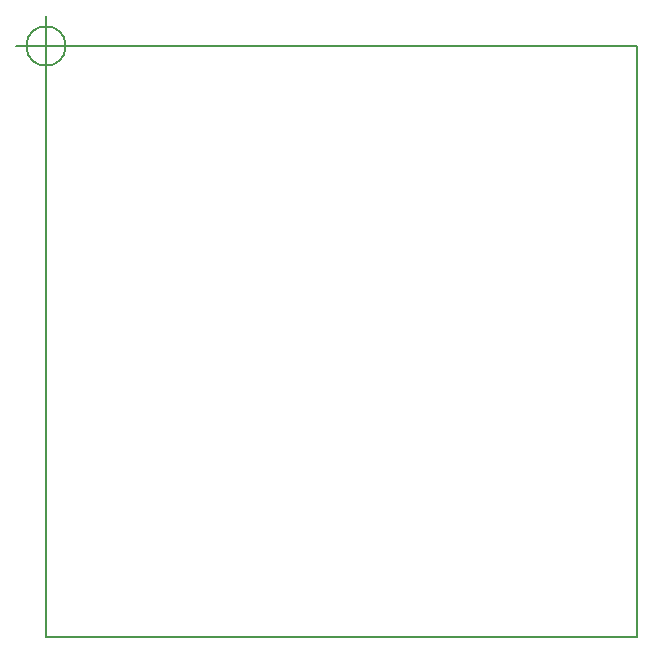
<source format=gbr>
G04 #@! TF.GenerationSoftware,KiCad,Pcbnew,(5.1.12)-1*
G04 #@! TF.CreationDate,2022-11-12T20:16:50+02:00*
G04 #@! TF.ProjectId,MagicLightsPCBNeo,4d616769-634c-4696-9768-74735043424e,rev?*
G04 #@! TF.SameCoordinates,Original*
G04 #@! TF.FileFunction,Profile,NP*
%FSLAX46Y46*%
G04 Gerber Fmt 4.6, Leading zero omitted, Abs format (unit mm)*
G04 Created by KiCad (PCBNEW (5.1.12)-1) date 2022-11-12 20:16:50*
%MOMM*%
%LPD*%
G01*
G04 APERTURE LIST*
G04 #@! TA.AperFunction,Profile*
%ADD10C,0.150000*%
G04 #@! TD*
G04 APERTURE END LIST*
D10*
X24666666Y-34000000D02*
G75*
G03*
X24666666Y-34000000I-1666666J0D01*
G01*
X20500000Y-34000000D02*
X25500000Y-34000000D01*
X23000000Y-31500000D02*
X23000000Y-36500000D01*
X23000000Y-84000000D02*
X33000000Y-84000000D01*
X23000000Y-34000000D02*
X23000000Y-84000000D01*
X33000000Y-34000000D02*
X23000000Y-34000000D01*
X73000000Y-84000000D02*
X33000000Y-84000000D01*
X73000000Y-34000000D02*
X73000000Y-84000000D01*
X73000000Y-34000000D02*
X33000000Y-34000000D01*
M02*

</source>
